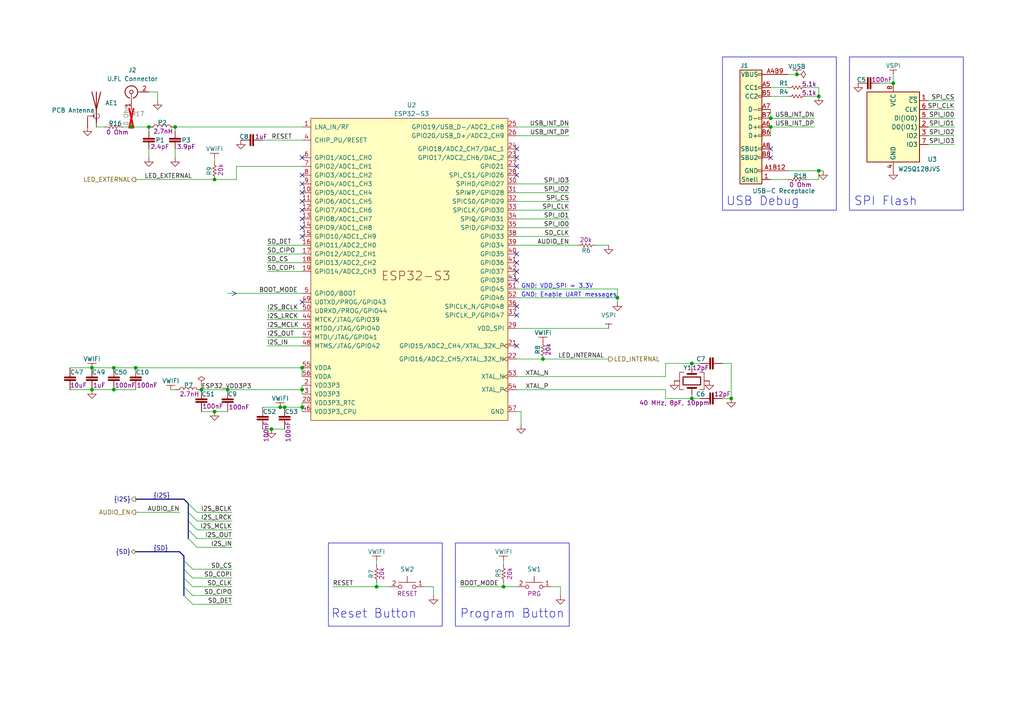
<source format=kicad_sch>
(kicad_sch (version 20231120) (generator "eeschema") (generator_version "8.0")
  (paper "A4")
  (lib_symbols
    (symbol "Connector:Conn_Coaxial" (pin_names (offset 1.016) hide)
      (property "Reference" "J" (at 0.254 3.048 0))
      (property "Value" "Conn_Coaxial" (at 2.921 0 90))
      (symbol "Conn_Coaxial_1_1"
        (pin passive line (at -5.08 0 0) (length 2.54) (name "In") (number "1"))
        (pin passive line (at 0 -5.08 90) (length 2.54) (name "Ext") (number "2"))
      )
    )
    (symbol "Device:Antenna_Shield" (pin_numbers hide) (pin_names (offset 1.016) hide)
      (property "Reference" "AE" (at -1.905 4.445 0))
      (property "Value" "Antenna_Shield" (at -1.905 2.54 0))
      (symbol "Antenna_Shield_1_1"
        (pin input line (at 0 -5.08 90) (length 2.54) (name "A") (number "1"))
        (pin input line (at 2.54 -5.08 90) (length 2.54) (name "Shield") (number "2"))
      )
    )
    (symbol "Galvani:Cap 100nF 0201" (pin_numbers hide) (pin_names (offset 0.254))
      (property "Reference" "C?" (at 1.016 1.524 90))
      (property "Val" "100nF" (at 1.016 -0.254 90))
      (symbol "Cap 100nF 0201_1_1"
        (pin passive line (at 0 3.81 270) (length 2.794) (name "~") (number "1"))
        (pin passive line (at 0 -2.54 90) (length 2.54) (name "~") (number "2"))
      )
    )
    (symbol "Galvani:Cap 10uF 0805" (pin_numbers hide) (pin_names (offset 0.254))
      (property "Reference" "C?" (at 0 2.54 0))
      (property "Val" "10uF" (at 0 -1.27 0))
      (symbol "Cap 10uF 0805_1_1"
        (pin passive line (at 0 3.81 270) (length 2.794) (name "~") (number "1"))
        (pin passive line (at 0 -2.54 90) (length 2.54) (name "~") (number "2"))
      )
    )
    (symbol "Galvani:Cap 12pF 0201" (pin_numbers hide) (pin_names (offset 0.254))
      (property "Reference" "C6" (at 1.27 3.81 90))
      (property "Val" "12pF" (at 1.27 -2.54 90))
      (symbol "Cap 12pF 0201_1_1"
        (pin passive line (at 0 3.81 270) (length 2.794) (name "~") (number "1"))
        (pin passive line (at 0 -2.54 90) (length 2.54) (name "~") (number "2"))
      )
    )
    (symbol "Galvani:Cap 1uF 0201" (pin_numbers hide) (pin_names (offset 0.254))
      (property "Reference" "C?" (at 1.016 1.524 90))
      (property "Val" "1uF" (at 1.016 -0.254 90))
      (symbol "Cap 1uF 0201_1_1"
        (pin passive line (at 0 3.81 270) (length 2.794) (name "~") (number "1"))
        (pin passive line (at 0 -2.54 90) (length 2.54) (name "~") (number "2"))
      )
    )
    (symbol "Galvani:Cap 2.4pF 0201" (pin_numbers hide) (pin_names (offset 0.254) hide)
      (property "Reference" "P?" (at -1.905 0 0))
      (property "Val" "2.4pF" (at -3.175 1.905 0))
      (symbol "Cap 2.4pF 0201_1_1"
        (pin passive line (at 0 2.54 270) (length 2.032) (name "~") (number "1"))
        (pin passive line (at 0 -2.54 90) (length 2.032) (name "~") (number "2"))
      )
    )
    (symbol "Galvani:Cap 3.9pF 0201" (pin_numbers hide) (pin_names (offset 0.254) hide)
      (property "Reference" "P3" (at -3.175 0 0))
      (property "Val" "3.9pF" (at -3.175 1.905 0))
      (symbol "Cap 3.9pF 0201_1_1"
        (pin passive line (at 0 2.54 270) (length 2.032) (name "~") (number "1"))
        (pin passive line (at 0 -2.54 90) (length 2.032) (name "~") (number "2"))
      )
    )
    (symbol "Galvani:Crystal 40MHz 2016" (pin_numbers hide) (pin_names (offset 1.016) hide)
      (property "Reference" "Y1" (at 3.81 1.27 90))
      (property "Val" "40 MHz, 8pF, 10ppm" (at -6.35 5.08 90))
      (symbol "Crystal 40MHz 2016_1_1"
        (pin passive line (at -3.81 0 0) (length 1.27) (name "1") (number "1"))
        (pin passive line (at 0 5.08 270) (length 1.27) (name "2") (number "2"))
        (pin passive line (at 3.81 0 180) (length 1.27) (name "3") (number "3"))
        (pin passive line (at 0 -5.08 90) (length 1.27) (name "4") (number "4"))
      )
    )
    (symbol "Galvani:ESP32-S3" (pin_names (offset 1.016))
      (property "Reference" "U?" (at 0 49.53 0))
      (property "Value" "ESP32-S3" (at 0 46.99 0))
      (symbol "ESP32-S3_0_0"
        (text "ESP32-S3" (at 1.27 0 0) (effects (font (size 2.54 2.54))))
        (pin bidirectional line (at 30.48 -8.89 180) (length 2.54) (name "SPICLK_N/GPIO48") (number "36"))
        (pin bidirectional line (at 30.48 -11.43 180) (length 2.54) (name "SPICLK_P/GPIO47") (number "37"))
      )
      (symbol "ESP32-S3_1_1"
        (pin bidirectional line (at -31.75 43.18 0) (length 2.54) (name "LNA_IN/RF") (number "1"))
        (pin bidirectional line (at -31.75 24.13 0) (length 2.54) (name "GPIO5/ADC1_CH4") (number "10"))
        (pin bidirectional line (at -31.75 21.59 0) (length 2.54) (name "GPIO6/ADC1_CH5") (number "11"))
        (pin bidirectional line (at -31.75 19.05 0) (length 2.54) (name "GPIO7/ADC1_CH6") (number "12"))
        (pin bidirectional line (at -31.75 16.51 0) (length 2.54) (name "GPIO8/ADC1_CH7") (number "13"))
        (pin bidirectional line (at -31.75 13.97 0) (length 2.54) (name "GPIO9/ADC1_CH8") (number "14"))
        (pin bidirectional line (at -31.75 11.43 0) (length 2.54) (name "GPIO10/ADC1_CH9") (number "15"))
        (pin bidirectional line (at -31.75 8.89 0) (length 2.54) (name "GPIO11/ADC2_CH0") (number "16"))
        (pin bidirectional line (at -31.75 6.35 0) (length 2.54) (name "GPIO12/ADC2_CH1") (number "17"))
        (pin bidirectional line (at -31.75 3.81 0) (length 2.54) (name "GPIO13/ADC2_CH2") (number "18"))
        (pin bidirectional line (at -31.75 1.27 0) (length 2.54) (name "GPIO14/ADC2_CH3") (number "19"))
        (pin power_in line (at -31.75 -31.75 0) (length 2.54) (name "VDD3P3") (number "2"))
        (pin power_in line (at -31.75 -36.83 0) (length 2.54) (name "VDD3P3_RTC") (number "20"))
        (pin input clock (at 30.48 -20.32 180) (length 2.54) (name "GPIO15/ADC2_CH4/XTAL_32K_P") (number "21"))
        (pin output clock (at 30.48 -24.13 180) (length 2.54) (name "GPIO16/ADC2_CH5/XTAL_32K_N") (number "22"))
        (pin bidirectional line (at 30.48 34.29 180) (length 2.54) (name "GPIO17/ADC2_CH6/DAC_2") (number "23"))
        (pin bidirectional line (at 30.48 36.83 180) (length 2.54) (name "GPIO18/ADC2_CH7/DAC_1") (number "24"))
        (pin bidirectional line (at 30.48 43.18 180) (length 2.54) (name "GPIO19/USB_D-/ADC2_CH8") (number "25"))
        (pin bidirectional line (at 30.48 40.64 180) (length 2.54) (name "GPIO20/USB_D+/ADC2_CH9") (number "26"))
        (pin bidirectional line (at 30.48 31.75 180) (length 2.54) (name "GPIO21") (number "27"))
        (pin bidirectional line (at 30.48 29.21 180) (length 2.54) (name "SPI_CS1/GPIO26") (number "28"))
        (pin power_out line (at 30.48 -15.24 180) (length 2.54) (name "VDD_SPI") (number "29"))
        (pin power_in line (at -31.75 -34.29 0) (length 2.54) (name "VDD3P3") (number "3"))
        (pin bidirectional line (at 30.48 26.67 180) (length 2.54) (name "SPIHD/GPIO27") (number "30"))
        (pin bidirectional line (at 30.48 24.13 180) (length 2.54) (name "SPIWP/GPIO28") (number "31"))
        (pin bidirectional line (at 30.48 21.59 180) (length 2.54) (name "SPICS0/GPIO29") (number "32"))
        (pin bidirectional line (at 30.48 19.05 180) (length 2.54) (name "SPICLK/GPIO30") (number "33"))
        (pin bidirectional line (at 30.48 16.51 180) (length 2.54) (name "SPIQ/GPIO31") (number "34"))
        (pin bidirectional line (at 30.48 13.97 180) (length 2.54) (name "SPID/GPIO32") (number "35"))
        (pin bidirectional line (at 30.48 11.43 180) (length 2.54) (name "GPIO33") (number "38"))
        (pin bidirectional line (at 30.48 8.89 180) (length 2.54) (name "GPIO34") (number "39"))
        (pin input line (at -31.75 39.37 0) (length 2.54) (name "CHIP_PU/RESET") (number "4"))
        (pin bidirectional line (at 30.48 6.35 180) (length 2.54) (name "GPIO35") (number "40"))
        (pin bidirectional line (at 30.48 3.81 180) (length 2.54) (name "GPIO36") (number "41"))
        (pin bidirectional line (at 30.48 1.27 180) (length 2.54) (name "GPIO37") (number "42"))
        (pin bidirectional line (at 30.48 -1.27 180) (length 2.54) (name "GPIO38") (number "43"))
        (pin bidirectional line (at -31.75 -12.7 0) (length 2.54) (name "MTCK/JTAG/GPIO39") (number "44"))
        (pin bidirectional line (at -31.75 -15.24 0) (length 2.54) (name "MTDO/JTAG/GPIO40") (number "45"))
        (pin power_in line (at -31.75 -39.37 0) (length 2.54) (name "VDD3P3_CPU") (number "46"))
        (pin bidirectional line (at -31.75 -17.78 0) (length 2.54) (name "MTDI/JTAG/GPIO41") (number "47"))
        (pin bidirectional line (at -31.75 -20.32 0) (length 2.54) (name "MTMS/JTAG/GPIO42") (number "48"))
        (pin bidirectional line (at -31.75 -7.62 0) (length 2.54) (name "U0TXD/PROG/GPIO43") (number "49"))
        (pin bidirectional line (at -31.75 -5.08 0) (length 2.54) (name "GPIO0/BOOT") (number "5"))
        (pin bidirectional line (at -31.75 -10.16 0) (length 2.54) (name "U0RXD/PROG/GPIO44") (number "50"))
        (pin bidirectional line (at 30.48 -3.81 180) (length 2.54) (name "GPIO45") (number "51"))
        (pin bidirectional line (at 30.48 -6.35 180) (length 2.54) (name "GPIO46") (number "52"))
        (pin input clock (at 30.48 -29.21 180) (length 2.54) (name "XTAL_N") (number "53"))
        (pin output clock (at 30.48 -33.02 180) (length 2.54) (name "XTAL_P") (number "54"))
        (pin power_in line (at -31.75 -26.67 0) (length 2.54) (name "VDDA") (number "55"))
        (pin power_in line (at -31.75 -29.21 0) (length 2.54) (name "VDDA") (number "56"))
        (pin power_in line (at 30.48 -39.37 180) (length 2.54) (name "GND") (number "57"))
        (pin bidirectional line (at -31.75 34.29 0) (length 2.54) (name "GPIO1/ADC1_CH0") (number "6"))
        (pin bidirectional line (at -31.75 31.75 0) (length 2.54) (name "GPIO2/ADC1_CH1") (number "7"))
        (pin bidirectional line (at -31.75 29.21 0) (length 2.54) (name "GPIO3/ADC1_CH2") (number "8"))
        (pin bidirectional line (at -31.75 26.67 0) (length 2.54) (name "GPIO4/ADC1_CH3") (number "9"))
      )
    )
    (symbol "Galvani:GND" (power) (pin_names (offset 0))
      (symbol "GND_1_1"
        (pin power_in line (at 0 0 270) (length 0) hide (name "GND") (number "1"))
      )
    )
    (symbol "Galvani:L 2.7nH 0201" (pin_numbers hide) (pin_names (offset 1.016) hide)
      (property "Reference" "P?" (at 1.27 1.27 90))
      (property "Val" "2.7nH" (at -1.27 2.54 90))
      (symbol "L 2.7nH 0201_1_1"
        (pin passive line (at 0 3.81 270) (length 1.27) (name "1") (number "1"))
        (pin passive line (at 0 -3.81 90) (length 1.27) (name "2") (number "2"))
      )
    )
    (symbol "Galvani:Pushbutton_Basic" (pin_names hide)
      (property "Reference" "SW?" (at 0 5.08 0))
      (property "KEY" "PRG" (at 0 -2.032 0))
      (symbol "Pushbutton_Basic_0_1"
        (pin passive line (at -5.08 0 0) (length 2.54) (name "1") (number "1"))
        (pin passive line (at 5.08 0 180) (length 2.54) (name "2") (number "2"))
      )
    )
    (symbol "Galvani:R 0 ohm 0201" (pin_numbers hide) (pin_names (offset 0))
      (property "Reference" "R?" (at -1.016 0 90))
      (property "Val" "0 Ohm" (at 1.524 -4.318 90))
      (symbol "R 0 ohm 0201_1_0"
        (pin passive line (at 0 -2.54 90) (length 0) (name "1") (number "1"))
        (pin passive line (at 0 2.54 270) (length 0) (name "2") (number "2"))
      )
    )
    (symbol "Galvani:R 20k 0201" (pin_numbers hide) (pin_names (offset 0))
      (property "Reference" "R?" (at -1.27 0 90))
      (property "Val" "20k" (at 1.27 0 90))
      (symbol "R 20k 0201_1_0"
        (pin passive line (at 0 -2.54 90) (length 0) (name "1") (number "1"))
        (pin passive line (at 0 2.54 270) (length 0) (name "2") (number "2"))
      )
    )
    (symbol "Galvani:R 5.1k 0201"
      (property "Reference" "R?" (at 1.27 2.54 90))
      (property "Val" "5.1k" (at 4.064 2.54 90))
      (symbol "R 5.1k 0201_1_0"
        (pin passive line (at 2.54 0 90) (length 0) (name "1") (number "1"))
        (pin passive line (at 2.54 5.08 270) (length 0) (name "2") (number "2"))
      )
    )
    (symbol "Galvani:USB-C Receptacle PCB" (pin_names (offset 1.016))
      (property "Reference" "J1" (at 5.08 16.51 0))
      (property "Value" "USB-C Receptacle" (at 16.51 -19.812 0))
      (symbol "USB-C Receptacle PCB_1_1"
        (pin passive line (at 12.7 -16.51 180) (length 2.54) (name "Shell") (number "1"))
        (pin passive line (at 12.7 -16.51 180) (length 2.54) hide (name "Shell") (number "2"))
        (pin passive line (at 12.7 -16.51 180) (length 2.54) hide (name "Shell") (number "3"))
        (pin passive line (at 12.7 -16.51 180) (length 2.54) hide (name "Shell") (number "4"))
        (pin passive line (at 17.78 -13.97 180) (length 7.62) (name "GND") (number "A1B12"))
        (pin passive line (at 17.78 13.97 180) (length 7.62) (name "VBUS") (number "A4B9"))
        (pin bidirectional line (at 12.7 10.16 180) (length 2.54) (name "CC1") (number "A5"))
        (pin bidirectional line (at 12.7 -1.27 180) (length 2.54) (name "D+") (number "A6"))
        (pin bidirectional line (at 12.7 3.81 180) (length 2.54) (name "D-") (number "A7"))
        (pin bidirectional line (at 12.7 -7.62 180) (length 2.54) (name "SBU1") (number "A8"))
        (pin passive line (at 17.78 -13.97 180) (length 7.62) hide (name "GND") (number "B1A12"))
        (pin passive line (at 17.78 13.97 180) (length 7.62) hide (name "VBUS") (number "B4A9"))
        (pin bidirectional line (at 12.7 7.62 180) (length 2.54) (name "CC2") (number "B5"))
        (pin bidirectional line (at 12.7 -3.81 180) (length 2.54) (name "D+") (number "B6"))
        (pin bidirectional line (at 12.7 1.27 180) (length 2.54) (name "D-") (number "B7"))
        (pin bidirectional line (at 12.7 -10.16 180) (length 2.54) (name "SBU2") (number "B8"))
      )
    )
    (symbol "Galvani:VSPI" (power) (pin_names (offset 0))
      (property "Value" "VSPI" (at 0 2.54 0))
      (symbol "VSPI_1_1"
        (pin power_in line (at 0 0 90) (length 0) hide (name "VSPI") (number "1"))
      )
    )
    (symbol "Galvani:VUSB" (power) (pin_names (offset 0))
      (property "Value" "VUSB" (at 0 2.286 0))
      (symbol "VUSB_1_1"
        (pin power_in line (at 0 0 90) (length 0) hide (name "VUSB") (number "1"))
      )
    )
    (symbol "Galvani:VWIFI" (power) (pin_names (offset 0))
      (property "Value" "VWIFI" (at 0 2.54 0))
      (symbol "VWIFI_1_1"
        (pin power_in line (at 0 0 90) (length 0) hide (name "VWIFI") (number "1"))
      )
    )
    (symbol "Memory_Flash:W25Q128JVS"
      (property "Reference" "U" (at -8.89 8.89 0))
      (property "Value" "W25Q128JVS" (at 7.62 8.89 0))
      (symbol "W25Q128JVS_1_1"
        (pin input line (at -10.16 7.62 0) (length 2.54) (name "~{CS}") (number "1"))
        (pin bidirectional line (at -10.16 0 0) (length 2.54) (name "DO(IO1)") (number "2"))
        (pin bidirectional line (at -10.16 -2.54 0) (length 2.54) (name "IO2") (number "3"))
        (pin power_in line (at 0 -12.7 90) (length 2.54) (name "GND") (number "4"))
        (pin bidirectional line (at -10.16 2.54 0) (length 2.54) (name "DI(IO0)") (number "5"))
        (pin input line (at -10.16 5.08 0) (length 2.54) (name "CLK") (number "6"))
        (pin bidirectional line (at -10.16 -5.08 0) (length 2.54) (name "IO3") (number "7"))
        (pin power_in line (at 0 12.7 270) (length 2.54) (name "VCC") (number "8"))
      )
    )
    (symbol "power:GND" (power) (pin_numbers hide) (pin_names (offset 0) hide)
      (property "Value" "GND" (at 0 -3.81 0))
      (symbol "GND_1_1"
        (pin power_in line (at 0 0 270) (length 0) (name "~") (number "1"))
      )
    )
    (symbol "power:PWR_FLAG" (power) (pin_numbers hide) (pin_names (offset 0) hide)
      (property "Value" "PWR_FLAG" (at 0 3.81 0))
      (symbol "PWR_FLAG_0_0"
        (pin power_out line (at 0 0 90) (length 0) (name "~") (number "1"))
      )
    )
  )
  (bus_alias "I2S" (members "I2S_MCLK" "I2S_LRCK" "I2S_BCLK" "I2S_OUT" "I2S_IN"))
  (junction (at 87.63 118.11))
  (junction (at 87.63 113.03))
  (junction (at 237.49 27.94))
  (junction (at 78.74 124.46))
  (junction (at 259.08 24.13))
  (junction (at 33.02 113.03))
  (junction (at 223.52 34.29))
  (junction (at 62.23 119.38))
  (junction (at 82.55 118.11))
  (junction (at 39.37 106.68))
  (junction (at 200.66 105.41))
  (junction (at 200.66 115.57))
  (junction (at 157.48 104.14))
  (junction (at 58.42 113.03))
  (junction (at 223.52 36.83))
  (junction (at 81.28 118.11))
  (junction (at 237.49 49.53))
  (junction (at 38.1 36.83))
  (junction (at 109.22 170.18))
  (junction (at 179.07 86.36))
  (junction (at 26.67 106.68))
  (junction (at 26.67 113.03))
  (junction (at 50.8 36.83))
  (junction (at 87.63 106.68))
  (junction (at 231.14 21.59))
  (junction (at 43.18 36.83))
  (junction (at 212.09 115.57))
  (junction (at 33.02 106.68))
  (junction (at 146.05 170.18))
  (junction (at 62.23 52.07))
  (junction (at 66.04 113.03))
  (no_connect (at 223.52 45.72))
  (no_connect (at 87.63 63.5))
  (no_connect (at 87.63 87.63))
  (no_connect (at 223.52 43.18))
  (no_connect (at 149.86 76.2))
  (no_connect (at 87.63 45.72))
  (no_connect (at 149.86 91.44))
  (no_connect (at 149.86 78.74))
  (no_connect (at 87.63 60.96))
  (no_connect (at 87.63 58.42))
  (no_connect (at 87.63 68.58))
  (no_connect (at 87.63 50.8))
  (no_connect (at 149.86 48.26))
  (no_connect (at 149.86 50.8))
  (no_connect (at 87.63 53.34))
  (no_connect (at 149.86 81.28))
  (no_connect (at 87.63 55.88))
  (no_connect (at 149.86 43.18))
  (no_connect (at 149.86 88.9))
  (no_connect (at 87.63 66.04))
  (no_connect (at 149.86 100.33))
  (no_connect (at 149.86 73.66))
  (no_connect (at 149.86 45.72))
  (bus_entry (at 53.34 172.72) (size 2.54 2.54))
  (bus_entry (at 54.61 148.59) (size 2.54 2.54))
  (bus_entry (at 53.34 167.64) (size 2.54 2.54))
  (bus_entry (at 54.61 146.05) (size 2.54 2.54))
  (bus_entry (at 53.34 162.56) (size 2.54 2.54))
  (bus_entry (at 53.34 165.1) (size 2.54 2.54))
  (bus_entry (at 53.34 170.18) (size 2.54 2.54))
  (bus_entry (at 54.61 153.67) (size 2.54 2.54))
  (bus_entry (at 54.61 156.21) (size 2.54 2.54))
  (bus_entry (at 54.61 151.13) (size 2.54 2.54))
  (wire (pts (xy 77.47 100.33) (xy 87.63 100.33)))
  (wire (pts (xy 66.04 113.03) (xy 87.63 113.03)))
  (wire (pts (xy 162.56 170.18) (xy 162.56 172.72)))
  (polyline (pts (xy 68.58 85.09) (xy 67.31 84.455)) (stroke (width 0) (type solid)))
  (wire (pts (xy 269.24 39.37) (xy 276.86 39.37)))
  (wire (pts (xy 179.07 83.82) (xy 179.07 86.36)))
  (wire (pts (xy 151.13 119.38) (xy 151.13 123.19)))
  (wire (pts (xy 146.05 168.91) (xy 146.05 170.18)))
  (wire (pts (xy 57.15 158.75) (xy 67.31 158.75)))
  (wire (pts (xy 269.24 29.21) (xy 276.86 29.21)))
  (wire (pts (xy 149.86 55.88) (xy 165.1 55.88)))
  (bus (pts (xy 54.61 146.05) (xy 54.61 148.59)))
  (wire (pts (xy 200.66 115.57) (xy 200.66 114.3)))
  (wire (pts (xy 149.86 63.5) (xy 165.1 63.5)))
  (wire (pts (xy 223.52 34.29) (xy 223.52 31.75)))
  (wire (pts (xy 87.63 85.09) (xy 66.04 85.09)))
  (wire (pts (xy 223.52 52.07) (xy 228.6 52.07)))
  (wire (pts (xy 113.03 170.18) (xy 109.22 170.18)))
  (wire (pts (xy 223.52 34.29) (xy 236.22 34.29)))
  (wire (pts (xy 149.86 39.37) (xy 165.1 39.37)))
  (wire (pts (xy 149.86 60.96) (xy 165.1 60.96)))
  (wire (pts (xy 57.15 148.59) (xy 67.31 148.59)))
  (wire (pts (xy 200.66 105.41) (xy 193.04 105.41)))
  (wire (pts (xy 77.47 71.12) (xy 87.63 71.12)))
  (wire (pts (xy 30.48 36.83) (xy 27.94 36.83)))
  (wire (pts (xy 62.23 52.07) (xy 68.58 52.07)))
  (wire (pts (xy 149.86 71.12) (xy 167.64 71.12)))
  (wire (pts (xy 172.72 71.12) (xy 176.53 71.12)))
  (wire (pts (xy 223.52 36.83) (xy 236.22 36.83)))
  (wire (pts (xy 269.24 36.83) (xy 276.86 36.83)))
  (wire (pts (xy 43.18 38.1) (xy 43.18 36.83)))
  (bus (pts (xy 54.61 148.59) (xy 54.61 151.13)))
  (wire (pts (xy 76.2 124.46) (xy 78.74 124.46)))
  (bus (pts (xy 54.61 153.67) (xy 54.61 156.21)))
  (wire (pts (xy 50.8 36.83) (xy 87.63 36.83)))
  (wire (pts (xy 87.63 116.84) (xy 87.63 118.11)))
  (bus (pts (xy 54.61 151.13) (xy 54.61 153.67)))
  (wire (pts (xy 133.35 170.18) (xy 146.05 170.18)))
  (wire (pts (xy 200.66 115.57) (xy 203.2 115.57)))
  (wire (pts (xy 45.72 26.67) (xy 43.18 26.67)))
  (wire (pts (xy 77.47 97.79) (xy 87.63 97.79)))
  (wire (pts (xy 269.24 31.75) (xy 276.86 31.75)))
  (wire (pts (xy 26.67 106.68) (xy 33.02 106.68)))
  (wire (pts (xy 200.66 106.68) (xy 200.66 105.41)))
  (wire (pts (xy 255.27 24.13) (xy 259.08 24.13)))
  (wire (pts (xy 76.2 118.11) (xy 81.28 118.11)))
  (wire (pts (xy 109.22 162.56) (xy 109.22 163.83)))
  (wire (pts (xy 109.22 168.91) (xy 109.22 170.18)))
  (wire (pts (xy 43.18 43.18) (xy 43.18 45.72)))
  (wire (pts (xy 149.86 86.36) (xy 179.07 86.36)))
  (wire (pts (xy 35.56 36.83) (xy 38.1 36.83)))
  (wire (pts (xy 149.86 68.58) (xy 165.1 68.58)))
  (wire (pts (xy 223.52 27.94) (xy 228.6 27.94)))
  (wire (pts (xy 49.53 113.03) (xy 50.8 113.03)))
  (wire (pts (xy 87.63 90.17) (xy 77.47 90.17)))
  (wire (pts (xy 77.47 95.25) (xy 87.63 95.25)))
  (wire (pts (xy 228.6 25.4) (xy 223.52 25.4)))
  (wire (pts (xy 212.09 105.41) (xy 209.55 105.41)))
  (wire (pts (xy 78.74 124.46) (xy 82.55 124.46)))
  (wire (pts (xy 123.19 170.18) (xy 125.73 170.18)))
  (wire (pts (xy 55.88 175.26) (xy 67.31 175.26)))
  (wire (pts (xy 26.67 113.03) (xy 33.02 113.03)))
  (wire (pts (xy 233.68 27.94) (xy 237.49 27.94)))
  (wire (pts (xy 68.58 48.26) (xy 68.58 52.07)))
  (wire (pts (xy 223.52 36.83) (xy 223.52 39.37)))
  (wire (pts (xy 20.32 113.03) (xy 26.67 113.03)))
  (wire (pts (xy 149.86 66.04) (xy 165.1 66.04)))
  (wire (pts (xy 149.86 83.82) (xy 179.07 83.82)))
  (wire (pts (xy 87.63 92.71) (xy 77.47 92.71)))
  (wire (pts (xy 82.55 118.11) (xy 81.28 118.11)))
  (wire (pts (xy 212.09 115.57) (xy 209.55 115.57)))
  (wire (pts (xy 149.86 113.03) (xy 193.04 113.03)))
  (wire (pts (xy 269.24 34.29) (xy 276.86 34.29)))
  (wire (pts (xy 50.8 43.18) (xy 50.8 45.72)))
  (wire (pts (xy 149.86 53.34) (xy 165.1 53.34)))
  (wire (pts (xy 233.68 52.07) (xy 237.49 52.07)))
  (wire (pts (xy 193.04 105.41) (xy 193.04 109.22)))
  (wire (pts (xy 39.37 106.68) (xy 87.63 106.68)))
  (wire (pts (xy 193.04 113.03) (xy 193.04 115.57)))
  (wire (pts (xy 149.86 95.25) (xy 176.53 95.25)))
  (bus (pts (xy 53.34 161.29) (xy 52.07 160.02)))
  (wire (pts (xy 87.63 106.68) (xy 87.63 109.22)))
  (wire (pts (xy 203.2 105.41) (xy 200.66 105.41)))
  (wire (pts (xy 68.58 48.26) (xy 87.63 48.26)))
  (wire (pts (xy 96.52 170.18) (xy 109.22 170.18)))
  (wire (pts (xy 33.02 106.68) (xy 39.37 106.68)))
  (wire (pts (xy 269.24 41.91) (xy 276.86 41.91)))
  (bus (pts (xy 54.61 146.05) (xy 53.34 144.78)))
  (wire (pts (xy 231.14 21.59) (xy 228.6 21.59)))
  (wire (pts (xy 212.09 105.41) (xy 212.09 115.57)))
  (wire (pts (xy 149.86 36.83) (xy 165.1 36.83)))
  (bus (pts (xy 53.34 170.18) (xy 53.34 167.64)))
  (wire (pts (xy 76.2 40.64) (xy 87.63 40.64)))
  (wire (pts (xy 50.8 38.1) (xy 50.8 36.83)))
  (wire (pts (xy 62.23 45.72) (xy 62.23 46.99)))
  (wire (pts (xy 200.66 115.57) (xy 193.04 115.57)))
  (wire (pts (xy 58.42 111.76) (xy 58.42 113.03)))
  (wire (pts (xy 160.02 170.18) (xy 162.56 170.18)))
  (wire (pts (xy 38.1 36.83) (xy 43.18 36.83)))
  (bus (pts (xy 53.34 165.1) (xy 53.34 162.56)))
  (wire (pts (xy 55.88 167.64) (xy 67.31 167.64)))
  (bus (pts (xy 39.37 144.78) (xy 53.34 144.78)))
  (wire (pts (xy 20.32 106.68) (xy 26.67 106.68)))
  (wire (pts (xy 149.86 58.42) (xy 165.1 58.42)))
  (wire (pts (xy 45.72 26.67) (xy 45.72 29.21)))
  (wire (pts (xy 149.86 119.38) (xy 151.13 119.38)))
  (polyline (pts (xy 67.31 85.725) (xy 68.58 85.09)) (stroke (width 0) (type solid)))
  (wire (pts (xy 237.49 25.4) (xy 237.49 27.94)))
  (wire (pts (xy 39.37 52.07) (xy 62.23 52.07)))
  (bus (pts (xy 53.34 167.64) (xy 53.34 165.1)))
  (wire (pts (xy 125.73 170.18) (xy 125.73 172.72)))
  (bus (pts (xy 53.34 170.18) (xy 53.34 172.72)))
  (wire (pts (xy 55.88 170.18) (xy 67.31 170.18)))
  (wire (pts (xy 146.05 162.56) (xy 146.05 163.83)))
  (bus (pts (xy 53.34 162.56) (xy 53.34 161.29)))
  (wire (pts (xy 87.63 118.11) (xy 87.63 119.38)))
  (wire (pts (xy 57.15 153.67) (xy 67.31 153.67)))
  (wire (pts (xy 87.63 118.11) (xy 82.55 118.11)))
  (wire (pts (xy 57.15 151.13) (xy 67.31 151.13)))
  (wire (pts (xy 179.07 86.36) (xy 179.07 87.63)))
  (wire (pts (xy 55.88 172.72) (xy 67.31 172.72)))
  (bus (pts (xy 39.37 160.02) (xy 52.07 160.02)))
  (wire (pts (xy 149.86 170.18) (xy 146.05 170.18)))
  (wire (pts (xy 39.37 148.59) (xy 52.07 148.59)))
  (wire (pts (xy 77.47 73.66) (xy 87.63 73.66)))
  (wire (pts (xy 58.42 113.03) (xy 66.04 113.03)))
  (wire (pts (xy 87.63 78.74) (xy 77.47 78.74)))
  (wire (pts (xy 87.63 111.76) (xy 87.63 113.03)))
  (wire (pts (xy 62.23 119.38) (xy 66.04 119.38)))
  (wire (pts (xy 237.49 49.53) (xy 228.6 49.53)))
  (wire (pts (xy 33.02 113.03) (xy 39.37 113.03)))
  (wire (pts (xy 233.68 25.4) (xy 237.49 25.4)))
  (wire (pts (xy 57.15 156.21) (xy 67.31 156.21)))
  (wire (pts (xy 58.42 119.38) (xy 62.23 119.38)))
  (wire (pts (xy 149.86 109.22) (xy 193.04 109.22)))
  (wire (pts (xy 87.63 76.2) (xy 77.47 76.2)))
  (wire (pts (xy 237.49 52.07) (xy 237.49 49.53)))
  (wire (pts (xy 157.48 104.14) (xy 176.53 104.14)))
  (wire (pts (xy 149.86 104.14) (xy 157.48 104.14)))
  (wire (pts (xy 238.76 49.53) (xy 237.49 49.53)))
  (wire (pts (xy 259.08 21.59) (xy 259.08 24.13)))
  (wire (pts (xy 87.63 113.03) (xy 87.63 114.3)))
  (wire (pts (xy 55.88 165.1) (xy 67.31 165.1)))
  (rectangle (start 209.55 16.51) (end 242.57 60.96))
  (rectangle (start 132.08 157.48) (end 165.1 181.61))
  (rectangle (start 95.25 157.48) (end 128.27 181.61))
  (rectangle (start 246.38 16.51) (end 279.4 60.96))
  (text "SPI Flash" (at 247.65 59.944 0) (effects (font (size 2.54 2.54)) (justify left bottom)))
  (text "Program Button" (at 133.35 179.578 0) (effects (font (size 2.54 2.54)) (justify left bottom)))
  (text "Reset Button" (at 96.012 179.578 0) (effects (font (size 2.54 2.54)) (justify left bottom)))
  (text "GND: Enable UART messages" (at 151.13 86.36 0) (effects (font (size 1.27 1.27)) (justify left bottom)))
  (text "GND: VDD_SPI = 3.3V" (at 151.13 83.82 0) (effects (font (size 1.27 1.27)) (justify left bottom)))
  (text "USB Debug" (at 210.566 59.944 0) (effects (font (size 2.54 2.54)) (justify left bottom)))
  (label "USB_INT_DN" (at 236.22 34.29 180))
  (label "SPI_IO2" (at 165.1 55.88 180))
  (label "ESP32_VDD3P3" (at 58.42 113.03 0))
  (label "RESET" (at 96.52 170.18 0))
  (label "SPI_IO1" (at 165.1 63.5 180))
  (label "{I2S}" (at 44.45 144.78 0) (effects (font (thickness 0.1588))))
  (label "I2S_IN" (at 67.31 158.75 180) (effects (font (thickness 0.1588))))
  (label "I2S_MCLK" (at 77.47 95.25 0) (effects (font (thickness 0.1588))))
  (label "SPI_IO3" (at 165.1 53.34 180))
  (label "AUDIO_EN" (at 165.1 71.12 180))
  (label "SD_CIPO" (at 77.47 73.66 0))
  (label "RESET" (at 78.74 40.64 0))
  (label "SPI_CLK" (at 276.86 31.75 180))
  (label "SD_CIPO" (at 67.31 172.72 180))
  (label "SD_DET" (at 77.47 71.12 0))
  (label "SPI_IO2" (at 276.86 39.37 180))
  (label "LED_EXTERNAL" (at 41.91 52.07 0))
  (label "AUDIO_EN" (at 52.07 148.59 180))
  (label "SD_DET" (at 67.31 175.26 180))
  (label "{SD}" (at 44.45 160.02 0))
  (label "SPI_CS" (at 165.1 58.42 180))
  (label "XTAL_N" (at 152.4 109.22 0))
  (label "SD_COPI" (at 77.47 78.74 0))
  (label "SD_CS" (at 77.47 76.2 0))
  (label "SD_CLK" (at 67.31 170.18 180))
  (label "I2S_BCLK" (at 67.31 148.59 180) (effects (font (thickness 0.1588))))
  (label "BOOT_MODE" (at 86.36 85.09 180))
  (label "I2S_IN" (at 77.47 100.33 0))
  (label "I2S_OUT" (at 67.31 156.21 180) (effects (font (thickness 0.1588))))
  (label "SPI_CS" (at 276.86 29.21 180))
  (label "I2S_OUT" (at 77.47 97.79 0) (effects (font (thickness 0.1588))))
  (label "SD_CLK" (at 165.1 68.58 180))
  (label "XTAL_P" (at 152.4 113.03 0))
  (label "SPI_IO0" (at 165.1 66.04 180))
  (label "USB_INT_DN" (at 165.1 36.83 180))
  (label "I2S_LRCK" (at 67.31 151.13 180) (effects (font (thickness 0.1588))))
  (label "I2S_BCLK" (at 77.47 90.17 0) (effects (font (thickness 0.1588))))
  (label "BOOT_MODE" (at 133.35 170.18 0))
  (label "USB_INT_DP" (at 165.1 39.37 180))
  (label "SD_COPI" (at 67.31 167.64 180))
  (label "SPI_IO3" (at 276.86 41.91 180))
  (label "SPI_IO1" (at 276.86 36.83 180))
  (label "I2S_MCLK" (at 67.31 153.67 180) (effects (font (thickness 0.1588))))
  (label "USB_INT_DP" (at 236.22 36.83 180))
  (label "LED_INTERNAL" (at 175.26 104.14 180))
  (label "SPI_IO0" (at 276.86 34.29 180))
  (label "I2S_LRCK" (at 77.47 92.71 0) (effects (font (thickness 0.1588))))
  (label "SD_CS" (at 67.31 165.1 180))
  (label "SPI_CLK" (at 165.1 60.96 180))
  (hierarchical_label "{I2S}" (shape output) (at 39.37 144.78 180) (effects (font (thickness 0.1588))))
  (hierarchical_label "AUDIO_EN" (shape output) (at 39.37 148.59 180))
  (hierarchical_label "{SD}" (shape bidirectional) (at 39.37 160.02 180))
  (hierarchical_label "LED_INTERNAL" (shape output) (at 176.53 104.14 0) (effects (font (thickness 0.1588))))
  (hierarchical_label "LED_EXTERNAL" (shape output) (at 39.37 52.07 180) (effects (font (thickness 0.1588))))
  (symbol (lib_id "Galvani:L 2.7nH 0201") (at 46.99 36.83 90) (unit 1)
    (property "Reference" "P2" (at 45.72 35.56 90) (effects (justify right)))
    (property "Value" "L 2.7nH 0201" (effects (hide yes)))
    (property "Footprint" "Inductor_SMD:L_0201_0603Metric" (effects (hide yes)))
    (property "Description" "600mA 2.2nH 150mΩ 0201 Inductors (SMD) ROHS" (effects (hide yes)))
    (property "Manufacturer" "Murata Electronics" (effects (hide yes)))
    (property "MPN" "LQP03TN2N2C02D" (effects (hide yes)))
    (property "Val" "2.7nH" (at 44.45 38.1 90) (effects (justify right)))
    (property "LCSC" "C206439" (effects (hide yes)))
  )
  (symbol (lib_id "Galvani:VWIFI") (at 157.48 99.06 0) (unit 1)
    (property "Reference" "#PWR073" (effects (hide yes)))
    (property "Value" "VWIFI" (at 157.48 96.52 0))
  )
  (symbol (lib_id "power:GND") (at 179.07 87.63 0) (unit 1)
    (property "Reference" "#PWR0129" (effects (hide yes)))
    (property "Value" "GND" (effects (hide yes)))
  )
  (symbol (lib_id "Galvani:Cap 100nF 0201") (at 58.42 116.84 0) (unit 1)
    (property "Reference" "C51" (at 58.42 114.3 0) (effects (justify left)))
    (property "Value" "Cap 100nF 0201" (effects (hide yes)))
    (property "Footprint" "Galvani:C_0201_0603Metric" (effects (hide yes)))
    (property "Manufacturer" "Samsung Electro-Mechanics" (effects (hide yes)))
    (property "MPN" "CL03A104KO3NNNC" (effects (hide yes)))
    (property "Val" "100nF" (at 58.674 117.856 0) (effects (justify left)))
    (property "LCSC" "C307380" (effects (hide yes)))
  )
  (symbol (lib_id "power:GND") (at 45.72 29.21 0) (unit 1)
    (property "Reference" "#PWR039" (effects (hide yes)))
    (property "Value" "GND" (effects (hide yes)))
  )
  (symbol (lib_id "Galvani:Cap 100nF 0201") (at 82.55 121.92 0) (unit 1)
    (property "Reference" "C53" (at 82.55 119.38 0) (effects (justify left)))
    (property "Value" "Cap 100nF 0201" (effects (hide yes)))
    (property "Footprint" "Galvani:C_0201_0603Metric" (effects (hide yes)))
    (property "Manufacturer" "Samsung Electro-Mechanics" (effects (hide yes)))
    (property "MPN" "CL03A104KO3NNNC" (effects (hide yes)))
    (property "Val" "100nF" (at 83.566 122.174 90) (effects (justify right)))
    (property "LCSC" "C307380" (effects (hide yes)))
  )
  (symbol (lib_id "power:GND") (at 25.4 36.83 0) (unit 1)
    (property "Reference" "#PWR029" (effects (hide yes)))
    (property "Value" "GND" (effects (hide yes)))
  )
  (symbol (lib_id "Galvani:Cap 100nF 0201") (at 39.37 110.49 0) (unit 1)
    (property "Reference" "C10" (at 39.37 107.95 0) (effects (justify left)))
    (property "Value" "Cap 100nF 0201" (effects (hide yes)))
    (property "Footprint" "Galvani:C_0201_0603Metric" (effects (hide yes)))
    (property "Manufacturer" "Samsung Electro-Mechanics" (effects (hide yes)))
    (property "MPN" "CL03A104KO3NNNC" (effects (hide yes)))
    (property "Val" "100nF" (at 39.624 111.76 0) (effects (justify left)))
    (property "LCSC" "C307380" (effects (hide yes)))
  )
  (symbol (lib_id "Galvani:ESP32-S3") (at 119.38 80.01 0) (unit 1)
    (property "Reference" "U2" (at 119.38 30.48 0))
    (property "Value" "ESP32-S3" (at 119.38 33.02 0))
    (property "Footprint" "Package_DFN_QFN:QFN-56-1EP_7x7mm_P0.4mm_EP5.6x5.6mm_ThermalVias" (effects (hide yes)))
    (property "Datasheet" "https://www.espressif.com/sites/default/files/documentation/esp32-s3_technical_reference_manual_en.pdf" (effects (hide yes)))
    (property "Manufacturer" "Espressif" (effects (hide yes)))
    (property "MPN" "ESP32-S3" (effects (hide yes)))
  )
  (symbol (lib_id "power:GND") (at 195.58 110.49 0) (unit 1)
    (property "Reference" "#PWR041" (effects (hide yes)))
    (property "Value" "GND" (effects (hide yes)))
  )
  (symbol (lib_id "power:GND") (at 43.18 45.72 0) (unit 1)
    (property "Reference" "#PWR0116" (effects (hide yes)))
    (property "Value" "GND" (effects (hide yes)))
  )
  (symbol (lib_id "Galvani:VWIFI") (at 81.28 118.11 0) (unit 1)
    (property "Reference" "#PWR0122" (effects (hide yes)))
    (property "Value" "VWIFI" (at 81.28 115.57 0))
  )
  (symbol (lib_id "Galvani:R 20k 0201") (at 62.23 49.53 180) (unit 1)
    (property "Reference" "R9" (at 60.706 48.26 90) (effects (justify left)))
    (property "Value" "R 20k 0201" (effects (hide yes)))
    (property "Footprint" "Galvani:R_0201_0603Metric" (effects (hide yes)))
    (property "Val" "20k" (at 64.008 49.276 90))
  )
  (symbol (lib_id "power:GND") (at 78.74 124.46 0) (mirror y) (unit 1)
    (property "Reference" "#PWR0119" (effects (hide yes)))
    (property "Value" "GND" (effects (hide yes)))
  )
  (symbol (lib_id "Galvani:VWIFI") (at 49.53 113.03 0) (unit 1)
    (property "Reference" "#PWR040" (effects (hide yes)))
    (property "Value" "VWIFI" (at 49.53 110.49 0))
  )
  (symbol (lib_id "Galvani:Cap 12pF 0201") (at 205.74 105.41 270) (unit 1)
    (property "Reference" "C7" (at 201.93 104.14 90) (effects (justify left)))
    (property "Value" "Cap 12pF 0201" (effects (hide yes)))
    (property "Footprint" "Galvani:C_0201_0603Metric" (effects (hide yes)))
    (property "Val" "12pF" (at 203.2 106.68 90))
  )
  (symbol (lib_id "Galvani:Cap 1uF 0201") (at 72.39 40.64 270) (unit 1)
    (property "Reference" "C8" (at 72.136 39.624 90) (effects (justify right)))
    (property "Value" "Cap 1uF 0201" (effects (hide yes)))
    (property "Footprint" "Galvani:C_0201_0603Metric" (effects (hide yes)))
    (property "Val" "1uF" (at 73.914 39.624 90) (effects (justify left)))
  )
  (symbol (lib_id "Galvani:R 20k 0201") (at 109.22 166.37 180) (unit 1)
    (property "Reference" "R7" (at 107.696 165.1 90) (effects (justify left)))
    (property "Value" "R 20k 0201" (effects (hide yes)))
    (property "Footprint" "Galvani:R_0201_0603Metric" (effects (hide yes)))
    (property "Val" "20k" (at 110.744 166.37 90))
  )
  (symbol (lib_id "Galvani:Cap 100nF 0201") (at 76.2 121.92 0) (unit 1)
    (property "Reference" "C52" (at 76.2 119.38 0) (effects (justify left)))
    (property "Value" "Cap 100nF 0201" (effects (hide yes)))
    (property "Footprint" "Galvani:C_0201_0603Metric" (effects (hide yes)))
    (property "Manufacturer" "Samsung Electro-Mechanics" (effects (hide yes)))
    (property "MPN" "CL03A104KO3NNNC" (effects (hide yes)))
    (property "Val" "100nF" (at 77.216 122.174 90) (effects (justify right)))
    (property "LCSC" "C307380" (effects (hide yes)))
  )
  (symbol (lib_id "Galvani:R 20k 0201") (at 146.05 166.37 180) (unit 1)
    (property "Reference" "R5" (at 144.526 164.846 90) (effects (justify left)))
    (property "Value" "R 20k 0201" (effects (hide yes)))
    (property "Footprint" "Galvani:R_0201_0603Metric" (effects (hide yes)))
    (property "Val" "20k" (at 147.828 166.37 90))
  )
  (symbol (lib_id "Galvani:VSPI") (at 176.53 95.25 0) (unit 1)
    (property "Reference" "#PWR0128" (effects (hide yes)))
    (property "Value" "VSPI" (at 176.53 91.44 0))
    (property "Description" "Power symbol creates a global label with name \"V3V3\"" (effects (hide yes)))
  )
  (symbol (lib_id "Galvani:R 5.1k 0201") (at 228.6 25.4 270) (unit 1)
    (property "Reference" "R4" (at 227.33 26.67 90))
    (property "Value" "R 5.1k 0201" (effects (hide yes)))
    (property "Footprint" "Galvani:R_0201_0603Metric" (effects (hide yes)))
    (property "Val" "5.1k" (at 234.696 26.924 90))
  )
  (symbol (lib_id "power:PWR_FLAG") (at 58.42 111.76 0) (unit 1)
    (property "Reference" "#FLG02" (effects (hide yes)))
    (property "Value" "PWR_FLAG" (effects (hide yes)))
  )
  (symbol (lib_id "Galvani:R 0 ohm 0201") (at 33.02 36.83 90) (mirror x) (unit 1)
    (property "Reference" "R16" (at 31.496 35.814 90) (effects (justify right)))
    (property "Value" "R 0 ohm 0201" (effects (hide yes)))
    (property "Footprint" "Galvani:R_0201_0603Metric" (effects (hide yes)))
    (property "Val" "0 Ohm" (at 37.338 38.354 90) (effects (justify left)))
  )
  (symbol (lib_id "power:GND") (at 26.67 113.03 0) (mirror y) (unit 1)
    (property "Reference" "#PWR048" (effects (hide yes)))
    (property "Value" "GND" (effects (hide yes)))
  )
  (symbol (lib_id "Galvani:R 20k 0201") (at 157.48 101.6 180) (unit 1)
    (property "Reference" "R8" (at 155.956 100.076 90) (effects (justify left)))
    (property "Value" "R 20k 0201" (effects (hide yes)))
    (property "Footprint" "Galvani:R_0201_0603Metric" (effects (hide yes)))
    (property "Val" "20k" (at 159.004 101.346 90))
  )
  (symbol (lib_id "power:GND") (at 50.8 45.72 0) (unit 1)
    (property "Reference" "#PWR0117" (effects (hide yes)))
    (property "Value" "GND" (effects (hide yes)))
  )
  (symbol (lib_id "Galvani:VSPI") (at 259.08 21.59 0) (unit 1)
    (property "Reference" "#PWR020" (effects (hide yes)))
    (property "Value" "VSPI" (at 259.08 19.05 0))
    (property "Description" "Power symbol creates a global label with name \"V3V3\"" (effects (hide yes)))
  )
  (symbol (lib_id "Device:Antenna_Shield") (at 27.94 31.75 0) (mirror y) (unit 1) (in_bom no)
    (property "Reference" "AE1" (at 30.48 29.8449 0) (effects (justify right)))
    (property "Value" "PCB Antenna" (at 14.986 32.004 0) (effects (justify right)))
    (property "Footprint" "RF_Antenna:Texas_SWRA117D_2.4GHz_Right" (effects (hide yes)))
    (property "Description" "Antenna with extra pin for shielding" (effects (hide yes)))
  )
  (symbol (lib_id "Galvani:Cap 10uF 0805") (at 20.32 110.49 0) (unit 1)
    (property "Reference" "C47" (at 20.32 107.95 0) (effects (justify left)))
    (property "Value" "Cap 10uF 0805" (effects (hide yes)))
    (property "Footprint" "Capacitor_SMD:C_0805_2012Metric" (effects (hide yes)))
    (property "Description" "50V 10uF X5R ±10% 0805" (effects (hide yes)))
    (property "Manufacturer" "Murata Electronics" (effects (hide yes)))
    (property "MPN" "GRM21BR61H106KE43L" (effects (hide yes)))
    (property "Val" "10uF" (at 20.32 111.76 0) (effects (justify left)))
    (property "LCSC" "C440198" (effects (hide yes)))
  )
  (symbol (lib_id "power:GND") (at 162.56 172.72 0) (mirror y) (unit 1)
    (property "Reference" "#PWR028" (effects (hide yes)))
    (property "Value" "GND" (effects (hide yes)))
  )
  (symbol (lib_id "power:GND") (at 248.92 24.13 0) (mirror y) (unit 1)
    (property "Reference" "#PWR016" (effects (hide yes)))
    (property "Value" "GND" (effects (hide yes)))
  )
  (symbol (lib_id "Galvani:R 5.1k 0201") (at 228.6 22.86 270) (unit 1)
    (property "Reference" "R1" (at 227.33 24.13 90))
    (property "Value" "R 5.1k 0201" (effects (hide yes)))
    (property "Footprint" "Galvani:R_0201_0603Metric" (effects (hide yes)))
    (property "Val" "5.1k" (at 234.696 24.384 90))
  )
  (symbol (lib_id "power:PWR_FLAG") (at 231.14 21.59 270) (unit 1)
    (property "Reference" "#FLG01" (effects (hide yes)))
    (property "Value" "PWR_FLAG" (effects (hide yes)))
    (property "Description" "Special symbol for telling ERC where power comes from" (effects (hide yes)))
  )
  (symbol (lib_id "Galvani:GND") (at 238.76 49.53 0) (mirror y) (unit 1)
    (property "Reference" "#PWR08" (effects (hide yes)))
    (property "Value" "GND" (effects (hide yes)))
  )
  (symbol (lib_id "Connector:Conn_Coaxial") (at 38.1 26.67 90) (unit 1)
    (property "Reference" "J2" (at 38.3932 20.32 90))
    (property "Value" "U.FL Connector" (at 38.3932 22.86 90))
    (property "Footprint" "Connector_Coaxial:U.FL_Hirose_U.FL-R-SMT-1_Vertical" (effects (hide yes)))
    (property "Datasheet" "https://datasheet.lcsc.com/lcsc/2208151830_BAT-WIRELESS-BWU-FL-IPEX1_C5137195.pdf" (effects (hide yes)))
    (property "Description" "coaxial connector (BNC, SMA, SMB, SMC, Cinch/RCA, LEMO, ...)" (effects (hide yes)))
    (property "Manufacturer" "BAT WIRELESS" (effects (hide yes)))
    (property "MPN" "BWU.FL-IPEX1" (effects (hide yes)))
    (property "LCSC" "C5137195" (effects (hide yes)))
  )
  (symbol (lib_id "power:GND") (at 125.73 172.72 0) (mirror y) (unit 1)
    (property "Reference" "#PWR09" (effects (hide yes)))
    (property "Value" "GND" (effects (hide yes)))
  )
  (symbol (lib_id "power:GND") (at 259.08 49.53 0) (mirror y) (unit 1)
    (property "Reference" "#PWR021" (effects (hide yes)))
    (property "Value" "GND" (effects (hide yes)))
  )
  (symbol (lib_id "Galvani:GND") (at 237.49 27.94 0) (mirror y) (unit 1)
    (property "Reference" "#PWR07" (effects (hide yes)))
    (property "Value" "GND" (effects (hide yes)))
  )
  (symbol (lib_id "Galvani:VWIFI") (at 109.22 162.56 0) (unit 1)
    (property "Reference" "#PWR01" (effects (hide yes)))
    (property "Value" "VWIFI" (at 109.22 160.02 0))
  )
  (symbol (lib_id "Galvani:Pushbutton_Basic") (at 154.94 170.18 0) (mirror y) (unit 1)
    (property "Reference" "SW1" (at 154.94 165.1 0))
    (property "Value" "Pushbutton 4.2x3.2mm 250gf" (effects (hide yes)))
    (property "Footprint" "Galvani:SW_Push_1P1T_XKB_TS-1187A" (effects (hide yes)))
    (property "Datasheet" "https://datasheet.lcsc.com/lcsc/2304140030_XKB-Connectivity-TS-1187A-B-A-B_C318884.pdf" (effects (hide yes)))
    (property "Description" "Tactile Switch SPST-NO Top Actuated Surface Mount" (effects (hide yes)))
    (property "Manufacturer" "XKB Connectivity" (effects (hide yes)))
    (property "MPN" "TS-1187A-B-A-B" (effects (hide yes)))
    (property "KEY" "PRG" (at 154.94 172.212 0))
    (property "LCSC" "C318884" (effects (hide yes)))
  )
  (symbol (lib_id "Galvani:Cap 100nF 0201") (at 251.46 24.13 270) (unit 1)
    (property "Reference" "C5" (at 251.206 23.114 90) (effects (justify right)))
    (property "Value" "Cap 100nF 0201" (effects (hide yes)))
    (property "Footprint" "Galvani:C_0201_0603Metric" (effects (hide yes)))
    (property "Val" "100nF" (at 252.73 23.114 90) (effects (justify left)))
  )
  (symbol (lib_id "Galvani:Crystal 40MHz 2016") (at 200.66 110.49 90) (unit 1)
    (property "Reference" "Y1" (at 199.39 106.68 90))
    (property "Value" "Crystal 40MHz 2016" (effects (hide yes)))
    (property "Footprint" "Galvani:Crystal_SMD_2016-4Pin_2.0x1.6mm" (effects (hide yes)))
    (property "Datasheet" "https://wmsc.lcsc.com/wmsc/upload/file/pdf/v2/lcsc/2202231530_HD-7D040000F01_C648971.pdf" (effects (hide yes)))
    (property "Description" "40MHz Surface Mount Crystal 8pF ±10ppm ±20ppm SMD2016-4P Crystals ROHS" (effects (hide yes)))
    (property "Manufacturer" "HD" (effects (hide yes)))
    (property "MPN" "7D040000F01" (effects (hide yes)))
    (property "Val" "40 MHz, 8pF, 10ppm" (at 195.58 116.84 90))
    (property "LCSC" "C648971" (effects (hide yes)))
  )
  (symbol (lib_id "Galvani:R 0 ohm 0201") (at 231.14 52.07 90) (mirror x) (unit 1)
    (property "Reference" "R18" (at 230.124 51.054 90) (effects (justify right)))
    (property "Value" "R 0 ohm 0201" (effects (hide yes)))
    (property "Footprint" "Galvani:R_0201_0603Metric" (effects (hide yes)))
    (property "Val" "0 Ohm" (at 235.458 53.594 90) (effects (justify left)))
  )
  (symbol (lib_id "power:GND") (at 176.53 71.12 0) (unit 1)
    (property "Reference" "#PWR036" (effects (hide yes)))
    (property "Value" "GND" (effects (hide yes)))
  )
  (symbol (lib_id "Galvani:R 20k 0201") (at 170.18 71.12 270) (unit 1)
    (property "Reference" "R6" (at 168.656 72.644 90) (effects (justify left)))
    (property "Value" "R 20k 0201" (effects (hide yes)))
    (property "Footprint" "Galvani:R_0201_0603Metric" (effects (hide yes)))
    (property "Val" "20k" (at 169.926 69.596 90))
  )
  (symbol (lib_id "Galvani:VWIFI") (at 26.67 106.68 0) (unit 1)
    (property "Reference" "#PWR0118" (effects (hide yes)))
    (property "Value" "VWIFI" (at 26.67 104.14 0))
  )
  (symbol (lib_id "power:GND") (at 212.09 115.57 0) (unit 1)
    (property "Reference" "#PWR031" (effects (hide yes)))
    (property "Value" "GND" (effects (hide yes)))
  )
  (symbol (lib_id "Galvani:R 0 ohm 0201") (at 38.1 34.29 180) (unit 1) (in_bom no) (dnp yes)
    (property "Reference" "R17" (at 41.91 33.02 0) (effects (justify left)))
    (property "Value" "R 0 ohm 0201" (effects (hide yes)))
    (property "Footprint" "Galvani:R_0201_0603Metric" (effects (hide yes)))
    (property "Val" "0 Ohm" (at 36.576 29.972 90) (effects (justify left)))
  )
  (symbol (lib_id "power:GND") (at 62.23 119.38 0) (mirror y) (unit 1)
    (property "Reference" "#PWR0114" (effects (hide yes)))
    (property "Value" "GND" (effects (hide yes)))
  )
  (symbol (lib_id "Galvani:Cap 12pF 0201") (at 207.01 115.57 90) (unit 1)
    (property "Reference" "C6" (at 203.2 114.3 90))
    (property "Value" "Cap 12pF 0201" (effects (hide yes)))
    (property "Footprint" "Galvani:C_0201_0603Metric" (effects (hide yes)))
    (property "Val" "12pF" (at 209.55 114.3 90))
  )
  (symbol (lib_id "Galvani:Cap 2.4pF 0201") (at 43.18 40.64 180) (unit 1)
    (property "Reference" "P1" (at 45.085 40.64 0) (effects (justify right)))
    (property "Value" "Cap 2.4pF 0201" (effects (hide yes)))
    (property "Footprint" "Galvani:C_0201_0603Metric" (effects (hide yes)))
    (property "Datasheet" "https://media.digikey.com/pdf/Data%20Sheets/Samsung%20PDFs/CL10A105KO8NNNC_Spec.pdf" (effects (hide yes)))
    (property "Val" "2.4pF" (at 46.355 42.545 0))
    (property "Manufacturer" "YAGEO" (effects (hide yes)))
    (property "MPN" "CC0201BRNPO9BN2R4" (effects (hide yes)))
    (property "LCSC" "C576676" (effects (hide yes)))
  )
  (symbol (lib_id "power:GND") (at 205.74 110.49 0) (unit 1)
    (property "Reference" "#PWR035" (effects (hide yes)))
    (property "Value" "GND" (effects (hide yes)))
  )
  (symbol (lib_id "Galvani:Cap 100nF 0201") (at 33.02 110.49 0) (unit 1)
    (property "Reference" "C50" (at 33.02 107.95 0) (effects (justify left)))
    (property "Value" "Cap 100nF 0201" (effects (hide yes)))
    (property "Footprint" "Galvani:C_0201_0603Metric" (effects (hide yes)))
    (property "Manufacturer" "Samsung Electro-Mechanics" (effects (hide yes)))
    (property "MPN" "CL03A104KO3NNNC" (effects (hide yes)))
    (property "Val" "100nF" (at 33.274 111.76 0) (effects (justify left)))
    (property "LCSC" "C307380" (effects (hide yes)))
  )
  (symbol (lib_id "Galvani:USB-C Receptacle PCB") (at 210.82 35.56 0) (unit 1)
    (property "Reference" "J1" (at 215.9 19.05 0))
    (property "Value" "USB-C Receptacle" (at 227.33 55.372 0))
    (property "Footprint" "Galvani:USB-C-SMD_TYPE-C16PIN" (effects (hide yes)))
    (property "Datasheet" "https://wmsc.lcsc.com/wmsc/upload/file/pdf/v2/lcsc/1912111437_SHOU-HAN-TYPE-C16PIN_C393939.pdf" (effects (hide yes)))
    (property "Manufacturer" "SHOU HAN " (effects (hide yes)))
    (property "MPN" "TYPE-C16PIN" (effects (hide yes)))
    (property "LCSC" "C393939" (effects (hide yes)))
  )
  (symbol (lib_id "Memory_Flash:W25Q128JVS") (at 259.08 36.83 0) (mirror y) (unit 1)
    (property "Reference" "U3" (at 271.78 46.228 0) (effects (justify left)))
    (property "Value" "W25Q128JVS" (at 272.796 49.022 0) (effects (justify left)))
    (property "Footprint" "Package_SO:SOIC-8_5.23x5.23mm_P1.27mm" (effects (hide yes)))
    (property "Datasheet" "http://www.winbond.com/resource-files/w25q128jv_dtr%20revc%2003272018%20plus.pdf" (effects (hide yes)))
    (property "Description" "128Mb Serial Flash Memory, Standard/Dual/Quad SPI, SOIC-8" (effects (hide yes)))
    (property "Manufacturer" "Winbond Elec" (effects (hide yes)))
    (property "MPN" "W25Q128JVSIQ" (effects (hide yes)))
    (property "LCSC" "C97521" (effects (hide yes)))
  )
  (symbol (lib_id "Galvani:Pushbutton_Basic") (at 118.11 170.18 0) (mirror y) (unit 1)
    (property "Reference" "SW2" (at 118.11 165.1 0))
    (property "Value" "Pushbutton 4.2x3.2mm 250gf" (effects (hide yes)))
    (property "Footprint" "Galvani:SW_Push_1P1T_XKB_TS-1187A" (effects (hide yes)))
    (property "Datasheet" "https://datasheet.lcsc.com/lcsc/2304140030_XKB-Connectivity-TS-1187A-B-A-B_C318884.pdf" (effects (hide yes)))
    (property "Description" "Tactile Switch SPST-NO Top Actuated Surface Mount" (effects (hide yes)))
    (property "Manufacturer" "XKB Connectivity" (effects (hide yes)))
    (property "MPN" "TS-1187A-B-A-B" (effects (hide yes)))
    (property "KEY" "RESET" (at 118.11 172.212 0))
    (property "LCSC" "C318884" (effects (hide yes)))
  )
  (symbol (lib_id "Galvani:L 2.7nH 0201") (at 54.61 113.03 90) (unit 1)
    (property "Reference" "P7" (at 53.34 111.76 90) (effects (justify right)))
    (property "Value" "L 2.7nH 0201" (effects (hide yes)))
    (property "Footprint" "Inductor_SMD:L_0201_0603Metric" (effects (hide yes)))
    (property "Description" "600mA 2.2nH 150mΩ 0201 Inductors (SMD) ROHS" (effects (hide yes)))
    (property "Manufacturer" "Murata Electronics" (effects (hide yes)))
    (property "MPN" "LQP03TN2N2C02D" (effects (hide yes)))
    (property "Val" "2.7nH" (at 52.07 114.3 90) (effects (justify right)))
    (property "LCSC" "C206439" (effects (hide yes)))
  )
  (symbol (lib_id "power:GND") (at 151.13 123.19 0) (unit 1)
    (property "Reference" "#PWR0123" (effects (hide yes)))
    (property "Value" "GND" (effects (hide yes)))
  )
  (symbol (lib_id "Galvani:VWIFI") (at 62.23 45.72 0) (unit 1)
    (property "Reference" "#PWR052" (effects (hide yes)))
    (property "Value" "VWIFI" (at 62.23 43.18 0))
  )
  (symbol (lib_id "Galvani:Cap 3.9pF 0201") (at 50.8 40.64 180) (unit 1)
    (property "Reference" "P3" (at 53.975 40.64 0))
    (property "Value" "Cap 3.9pF 0201" (effects (hide yes)))
    (property "Footprint" "Galvani:C_0201_0603Metric" (effects (hide yes)))
    (property "Datasheet" "https://media.digikey.com/pdf/Data%20Sheets/Samsung%20PDFs/CL10A105KO8NNNC_Spec.pdf" (effects (hide yes)))
    (property "Val" "3.9pF" (at 53.975 42.545 0))
    (property "Manufacturer" "FH (Guangdong Fenghua Advanced Tech)" (effects (hide yes)))
    (property "MPN" "0201CG3R9C250NT" (effects (hide yes)))
    (property "LCSC" "C285100" (effects (hide yes)))
  )
  (symbol (lib_id "Galvani:Cap 100nF 0201") (at 66.04 116.84 0) (unit 1)
    (property "Reference" "C9" (at 66.04 114.3 0) (effects (justify left)))
    (property "Value" "Cap 100nF 0201" (effects (hide yes)))
    (property "Footprint" "Galvani:C_0201_0603Metric" (effects (hide yes)))
    (property "Manufacturer" "Samsung Electro-Mechanics" (effects (hide yes)))
    (property "MPN" "CL03A104KO3NNNC" (effects (hide yes)))
    (property "Val" "100nF" (at 66.294 118.11 0) (effects (justify left)))
    (property "LCSC" "C307380" (effects (hide yes)))
  )
  (symbol (lib_id "Galvani:Cap 1uF 0201") (at 26.67 110.49 0) (unit 1)
    (property "Reference" "C49" (at 26.67 107.95 0) (effects (justify left)))
    (property "Value" "Cap 1uF 0201" (effects (hide yes)))
    (property "Footprint" "Galvani:C_0201_0603Metric" (effects (hide yes)))
    (property "Manufacturer" "Murata Electronics" (effects (hide yes)))
    (property "MPN" "GRM033R61A105ME44D" (effects (hide yes)))
    (property "Val" "1uF" (at 26.924 111.76 0) (effects (justify left)))
    (property "LCSC" "C76935" (effects (hide yes)))
  )
  (symbol (lib_id "Galvani:VUSB") (at 231.14 21.59 0) (unit 1)
    (property "Reference" "#PWR02" (effects (hide yes)))
    (property "Value" "VUSB" (at 231.14 19.304 0))
    (property "Description" "Target power input" (effects (hide yes)))
  )
  (symbol (lib_id "Galvani:VWIFI") (at 146.05 162.56 0) (unit 1)
    (property "Reference" "#PWR024" (effects (hide yes)))
    (property "Value" "VWIFI" (at 146.05 160.02 0))
  )
  (symbol (lib_id "power:GND") (at 69.85 40.64 0) (mirror y) (unit 1)
    (property "Reference" "#PWR045" (effects (hide yes)))
    (property "Value" "GND" (effects (hide yes)))
  )
)
</source>
